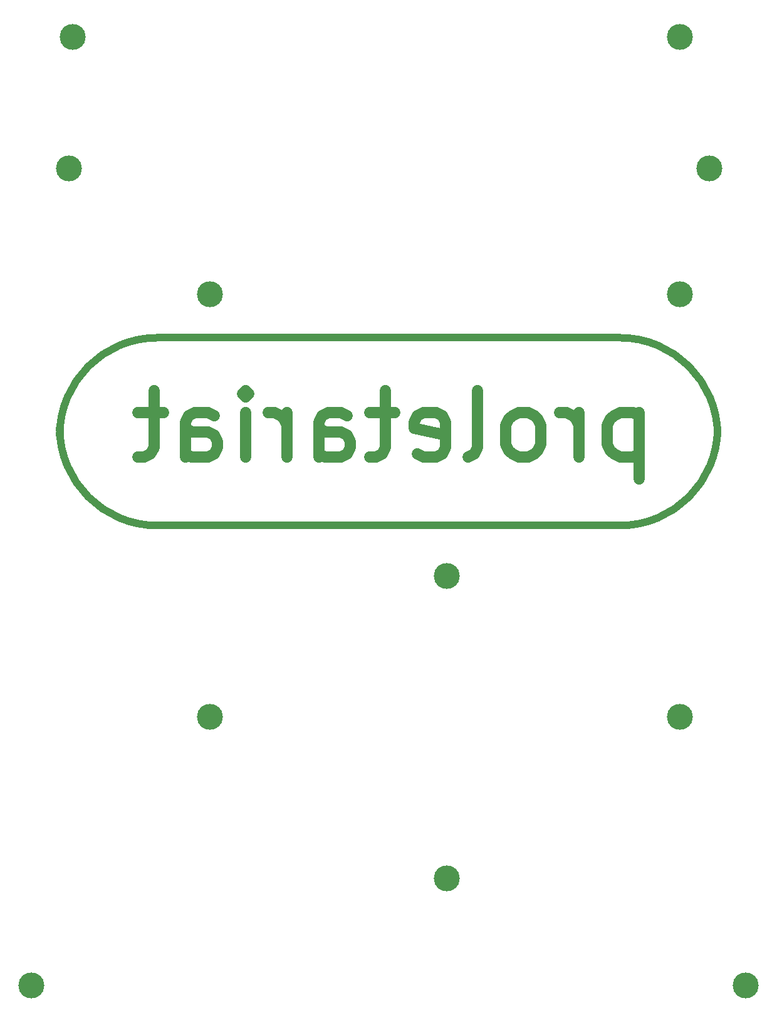
<source format=gbr>
%TF.GenerationSoftware,KiCad,Pcbnew,(5.1.10-1-10_14)*%
%TF.CreationDate,2021-10-29T16:55:04+02:00*%
%TF.ProjectId,bottom,626f7474-6f6d-42e6-9b69-6361645f7063,rev?*%
%TF.SameCoordinates,Original*%
%TF.FileFunction,Copper,L2,Bot*%
%TF.FilePolarity,Positive*%
%FSLAX46Y46*%
G04 Gerber Fmt 4.6, Leading zero omitted, Abs format (unit mm)*
G04 Created by KiCad (PCBNEW (5.1.10-1-10_14)) date 2021-10-29 16:55:04*
%MOMM*%
%LPD*%
G01*
G04 APERTURE LIST*
%TA.AperFunction,NonConductor*%
%ADD10C,1.000000*%
%TD*%
%TA.AperFunction,NonConductor*%
%ADD11C,1.500000*%
%TD*%
%TA.AperFunction,ComponentPad*%
%ADD12C,3.500000*%
%TD*%
G04 APERTURE END LIST*
D10*
X129540000Y-93472000D02*
G75*
G02*
X116332000Y-106680000I-13208000J0D01*
G01*
X116332000Y-81280000D02*
G75*
G02*
X129540000Y-94488000I0J-13208000D01*
G01*
X40640000Y-94488000D02*
G75*
G02*
X53848000Y-81280000I13208000J0D01*
G01*
X53848000Y-106680000D02*
G75*
G02*
X40640000Y-93472000I0J13208000D01*
G01*
X116332000Y-81280000D02*
X53848000Y-81280000D01*
X53848000Y-106680000D02*
X116332000Y-106680000D01*
D11*
X118939285Y-91416428D02*
X118939285Y-100416428D01*
X118939285Y-91845000D02*
X118082142Y-91416428D01*
X116367857Y-91416428D01*
X115510714Y-91845000D01*
X115082142Y-92273571D01*
X114653571Y-93130714D01*
X114653571Y-95702142D01*
X115082142Y-96559285D01*
X115510714Y-96987857D01*
X116367857Y-97416428D01*
X118082142Y-97416428D01*
X118939285Y-96987857D01*
X110796428Y-97416428D02*
X110796428Y-91416428D01*
X110796428Y-93130714D02*
X110367857Y-92273571D01*
X109939285Y-91845000D01*
X109082142Y-91416428D01*
X108225000Y-91416428D01*
X103939285Y-97416428D02*
X104796428Y-96987857D01*
X105225000Y-96559285D01*
X105653571Y-95702142D01*
X105653571Y-93130714D01*
X105225000Y-92273571D01*
X104796428Y-91845000D01*
X103939285Y-91416428D01*
X102653571Y-91416428D01*
X101796428Y-91845000D01*
X101367857Y-92273571D01*
X100939285Y-93130714D01*
X100939285Y-95702142D01*
X101367857Y-96559285D01*
X101796428Y-96987857D01*
X102653571Y-97416428D01*
X103939285Y-97416428D01*
X95796428Y-97416428D02*
X96653571Y-96987857D01*
X97082142Y-96130714D01*
X97082142Y-88416428D01*
X88939285Y-96987857D02*
X89796428Y-97416428D01*
X91510714Y-97416428D01*
X92367857Y-96987857D01*
X92796428Y-96130714D01*
X92796428Y-92702142D01*
X92367857Y-91845000D01*
X91510714Y-91416428D01*
X89796428Y-91416428D01*
X88939285Y-91845000D01*
X88510714Y-92702142D01*
X88510714Y-93559285D01*
X92796428Y-94416428D01*
X85939285Y-91416428D02*
X82510714Y-91416428D01*
X84653571Y-88416428D02*
X84653571Y-96130714D01*
X84224999Y-96987857D01*
X83367857Y-97416428D01*
X82510714Y-97416428D01*
X75653571Y-97416428D02*
X75653571Y-92702142D01*
X76082142Y-91845000D01*
X76939285Y-91416428D01*
X78653571Y-91416428D01*
X79510714Y-91845000D01*
X75653571Y-96987857D02*
X76510714Y-97416428D01*
X78653571Y-97416428D01*
X79510714Y-96987857D01*
X79939285Y-96130714D01*
X79939285Y-95273571D01*
X79510714Y-94416428D01*
X78653571Y-93987857D01*
X76510714Y-93987857D01*
X75653571Y-93559285D01*
X71367857Y-97416428D02*
X71367857Y-91416428D01*
X71367857Y-93130714D02*
X70939285Y-92273571D01*
X70510714Y-91845000D01*
X69653571Y-91416428D01*
X68796428Y-91416428D01*
X65796428Y-97416428D02*
X65796428Y-91416428D01*
X65796428Y-88416428D02*
X66224999Y-88845000D01*
X65796428Y-89273571D01*
X65367857Y-88845000D01*
X65796428Y-88416428D01*
X65796428Y-89273571D01*
X57653571Y-97416428D02*
X57653571Y-92702142D01*
X58082142Y-91845000D01*
X58939285Y-91416428D01*
X60653571Y-91416428D01*
X61510714Y-91845000D01*
X57653571Y-96987857D02*
X58510714Y-97416428D01*
X60653571Y-97416428D01*
X61510714Y-96987857D01*
X61939285Y-96130714D01*
X61939285Y-95273571D01*
X61510714Y-94416428D01*
X60653571Y-93987857D01*
X58510714Y-93987857D01*
X57653571Y-93559285D01*
X54653571Y-91416428D02*
X51224999Y-91416428D01*
X53367857Y-88416428D02*
X53367857Y-96130714D01*
X52939285Y-96987857D01*
X52082142Y-97416428D01*
X51224999Y-97416428D01*
D12*
%TO.P,H12,1*%
%TO.N,N/C*%
X41910000Y-58420000D03*
%TD*%
%TO.P,H11,1*%
%TO.N,N/C*%
X128397000Y-58420000D03*
%TD*%
%TO.P,H10,1*%
%TO.N,N/C*%
X92964000Y-154432000D03*
%TD*%
%TO.P,H9,1*%
%TO.N,N/C*%
X124460000Y-132588000D03*
%TD*%
%TO.P,H8,1*%
%TO.N,N/C*%
X60960000Y-132588000D03*
%TD*%
%TO.P,H7,1*%
%TO.N,N/C*%
X124460000Y-75438000D03*
%TD*%
%TO.P,H6,1*%
%TO.N,N/C*%
X133350000Y-168910000D03*
%TD*%
%TO.P,H5,1*%
%TO.N,N/C*%
X60960000Y-75438000D03*
%TD*%
%TO.P,H4,1*%
%TO.N,N/C*%
X36830000Y-168910000D03*
%TD*%
%TO.P,H3,1*%
%TO.N,N/C*%
X42418000Y-40640000D03*
%TD*%
%TO.P,H2,1*%
%TO.N,N/C*%
X92964000Y-113538000D03*
%TD*%
%TO.P,H1,1*%
%TO.N,N/C*%
X124460000Y-40640000D03*
%TD*%
M02*

</source>
